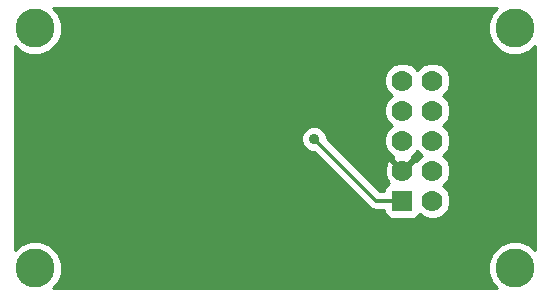
<source format=gbl>
G04 (created by PCBNEW-RS274X (2011-07-19)-testing) date Fri 02 Mar 2012 03:23:15 PM PST*
G01*
G70*
G90*
%MOIN*%
G04 Gerber Fmt 3.4, Leading zero omitted, Abs format*
%FSLAX34Y34*%
G04 APERTURE LIST*
%ADD10C,0.006000*%
%ADD11C,0.130000*%
%ADD12R,0.070000X0.070000*%
%ADD13C,0.070000*%
%ADD14C,0.035000*%
%ADD15C,0.012000*%
%ADD16C,0.010000*%
G04 APERTURE END LIST*
G54D10*
G54D11*
X67000Y-21000D03*
X51000Y-21000D03*
X67000Y-29000D03*
X51000Y-29000D03*
G54D12*
X63250Y-26750D03*
G54D13*
X64250Y-26750D03*
X63250Y-25750D03*
X64250Y-25750D03*
X63250Y-24750D03*
X64250Y-24750D03*
X63250Y-23750D03*
X64250Y-23750D03*
X63250Y-22750D03*
X64250Y-22750D03*
G54D14*
X60304Y-24691D03*
G54D15*
X62363Y-26750D02*
X60304Y-24691D01*
X63250Y-26750D02*
X62363Y-26750D01*
G54D10*
G36*
X67675Y-28402D02*
X67511Y-28238D01*
X67180Y-28100D01*
X66822Y-28100D01*
X66491Y-28237D01*
X66238Y-28489D01*
X66100Y-28820D01*
X66100Y-29178D01*
X66237Y-29509D01*
X66402Y-29675D01*
X64849Y-29675D01*
X64849Y-26869D01*
X64849Y-26631D01*
X64758Y-26411D01*
X64597Y-26250D01*
X64758Y-26089D01*
X64849Y-25869D01*
X64849Y-25631D01*
X64758Y-25411D01*
X64597Y-25250D01*
X64758Y-25089D01*
X64849Y-24869D01*
X64849Y-24631D01*
X64758Y-24411D01*
X64597Y-24250D01*
X64758Y-24089D01*
X64849Y-23869D01*
X64849Y-23631D01*
X64758Y-23411D01*
X64597Y-23250D01*
X64758Y-23089D01*
X64849Y-22869D01*
X64849Y-22631D01*
X64758Y-22411D01*
X64589Y-22242D01*
X64369Y-22151D01*
X64131Y-22151D01*
X63911Y-22242D01*
X63750Y-22403D01*
X63589Y-22242D01*
X63369Y-22151D01*
X63131Y-22151D01*
X62911Y-22242D01*
X62742Y-22411D01*
X62651Y-22631D01*
X62651Y-22869D01*
X62742Y-23089D01*
X62903Y-23250D01*
X62742Y-23411D01*
X62651Y-23631D01*
X62651Y-23869D01*
X62742Y-24089D01*
X62903Y-24250D01*
X62742Y-24411D01*
X62651Y-24631D01*
X62651Y-24869D01*
X62742Y-25089D01*
X62911Y-25258D01*
X62930Y-25265D01*
X62907Y-25336D01*
X63250Y-25679D01*
X63593Y-25336D01*
X63569Y-25265D01*
X63589Y-25258D01*
X63750Y-25097D01*
X63903Y-25250D01*
X63742Y-25411D01*
X63734Y-25430D01*
X63664Y-25407D01*
X63356Y-25715D01*
X63321Y-25750D01*
X63250Y-25821D01*
X63179Y-25750D01*
X63144Y-25715D01*
X62836Y-25407D01*
X62737Y-25440D01*
X62657Y-25659D01*
X62668Y-25894D01*
X62737Y-26060D01*
X62783Y-26075D01*
X62748Y-26111D01*
X62806Y-26169D01*
X62759Y-26189D01*
X62689Y-26259D01*
X62651Y-26350D01*
X62651Y-26440D01*
X62491Y-26440D01*
X60729Y-24677D01*
X60729Y-24607D01*
X60665Y-24451D01*
X60545Y-24331D01*
X60389Y-24266D01*
X60220Y-24266D01*
X60064Y-24330D01*
X59944Y-24450D01*
X59879Y-24606D01*
X59879Y-24775D01*
X59943Y-24931D01*
X60063Y-25051D01*
X60219Y-25116D01*
X60290Y-25116D01*
X62143Y-26969D01*
X62144Y-26969D01*
X62244Y-27036D01*
X62362Y-27059D01*
X62363Y-27060D01*
X62651Y-27060D01*
X62651Y-27149D01*
X62689Y-27241D01*
X62759Y-27311D01*
X62850Y-27349D01*
X62949Y-27349D01*
X63649Y-27349D01*
X63741Y-27311D01*
X63811Y-27241D01*
X63835Y-27182D01*
X63911Y-27258D01*
X64131Y-27349D01*
X64369Y-27349D01*
X64589Y-27258D01*
X64758Y-27089D01*
X64849Y-26869D01*
X64849Y-29675D01*
X51597Y-29675D01*
X51762Y-29511D01*
X51900Y-29180D01*
X51900Y-28822D01*
X51763Y-28491D01*
X51511Y-28238D01*
X51180Y-28100D01*
X50822Y-28100D01*
X50491Y-28237D01*
X50325Y-28402D01*
X50325Y-21597D01*
X50489Y-21762D01*
X50820Y-21900D01*
X51178Y-21900D01*
X51509Y-21763D01*
X51762Y-21511D01*
X51900Y-21180D01*
X51900Y-20822D01*
X51763Y-20491D01*
X51597Y-20325D01*
X66402Y-20325D01*
X66238Y-20489D01*
X66100Y-20820D01*
X66100Y-21178D01*
X66237Y-21509D01*
X66489Y-21762D01*
X66820Y-21900D01*
X67178Y-21900D01*
X67509Y-21763D01*
X67675Y-21597D01*
X67675Y-28402D01*
X67675Y-28402D01*
G37*
G54D16*
X67675Y-28402D02*
X67511Y-28238D01*
X67180Y-28100D01*
X66822Y-28100D01*
X66491Y-28237D01*
X66238Y-28489D01*
X66100Y-28820D01*
X66100Y-29178D01*
X66237Y-29509D01*
X66402Y-29675D01*
X64849Y-29675D01*
X64849Y-26869D01*
X64849Y-26631D01*
X64758Y-26411D01*
X64597Y-26250D01*
X64758Y-26089D01*
X64849Y-25869D01*
X64849Y-25631D01*
X64758Y-25411D01*
X64597Y-25250D01*
X64758Y-25089D01*
X64849Y-24869D01*
X64849Y-24631D01*
X64758Y-24411D01*
X64597Y-24250D01*
X64758Y-24089D01*
X64849Y-23869D01*
X64849Y-23631D01*
X64758Y-23411D01*
X64597Y-23250D01*
X64758Y-23089D01*
X64849Y-22869D01*
X64849Y-22631D01*
X64758Y-22411D01*
X64589Y-22242D01*
X64369Y-22151D01*
X64131Y-22151D01*
X63911Y-22242D01*
X63750Y-22403D01*
X63589Y-22242D01*
X63369Y-22151D01*
X63131Y-22151D01*
X62911Y-22242D01*
X62742Y-22411D01*
X62651Y-22631D01*
X62651Y-22869D01*
X62742Y-23089D01*
X62903Y-23250D01*
X62742Y-23411D01*
X62651Y-23631D01*
X62651Y-23869D01*
X62742Y-24089D01*
X62903Y-24250D01*
X62742Y-24411D01*
X62651Y-24631D01*
X62651Y-24869D01*
X62742Y-25089D01*
X62911Y-25258D01*
X62930Y-25265D01*
X62907Y-25336D01*
X63250Y-25679D01*
X63593Y-25336D01*
X63569Y-25265D01*
X63589Y-25258D01*
X63750Y-25097D01*
X63903Y-25250D01*
X63742Y-25411D01*
X63734Y-25430D01*
X63664Y-25407D01*
X63356Y-25715D01*
X63321Y-25750D01*
X63250Y-25821D01*
X63179Y-25750D01*
X63144Y-25715D01*
X62836Y-25407D01*
X62737Y-25440D01*
X62657Y-25659D01*
X62668Y-25894D01*
X62737Y-26060D01*
X62783Y-26075D01*
X62748Y-26111D01*
X62806Y-26169D01*
X62759Y-26189D01*
X62689Y-26259D01*
X62651Y-26350D01*
X62651Y-26440D01*
X62491Y-26440D01*
X60729Y-24677D01*
X60729Y-24607D01*
X60665Y-24451D01*
X60545Y-24331D01*
X60389Y-24266D01*
X60220Y-24266D01*
X60064Y-24330D01*
X59944Y-24450D01*
X59879Y-24606D01*
X59879Y-24775D01*
X59943Y-24931D01*
X60063Y-25051D01*
X60219Y-25116D01*
X60290Y-25116D01*
X62143Y-26969D01*
X62144Y-26969D01*
X62244Y-27036D01*
X62362Y-27059D01*
X62363Y-27060D01*
X62651Y-27060D01*
X62651Y-27149D01*
X62689Y-27241D01*
X62759Y-27311D01*
X62850Y-27349D01*
X62949Y-27349D01*
X63649Y-27349D01*
X63741Y-27311D01*
X63811Y-27241D01*
X63835Y-27182D01*
X63911Y-27258D01*
X64131Y-27349D01*
X64369Y-27349D01*
X64589Y-27258D01*
X64758Y-27089D01*
X64849Y-26869D01*
X64849Y-29675D01*
X51597Y-29675D01*
X51762Y-29511D01*
X51900Y-29180D01*
X51900Y-28822D01*
X51763Y-28491D01*
X51511Y-28238D01*
X51180Y-28100D01*
X50822Y-28100D01*
X50491Y-28237D01*
X50325Y-28402D01*
X50325Y-21597D01*
X50489Y-21762D01*
X50820Y-21900D01*
X51178Y-21900D01*
X51509Y-21763D01*
X51762Y-21511D01*
X51900Y-21180D01*
X51900Y-20822D01*
X51763Y-20491D01*
X51597Y-20325D01*
X66402Y-20325D01*
X66238Y-20489D01*
X66100Y-20820D01*
X66100Y-21178D01*
X66237Y-21509D01*
X66489Y-21762D01*
X66820Y-21900D01*
X67178Y-21900D01*
X67509Y-21763D01*
X67675Y-21597D01*
X67675Y-28402D01*
M02*

</source>
